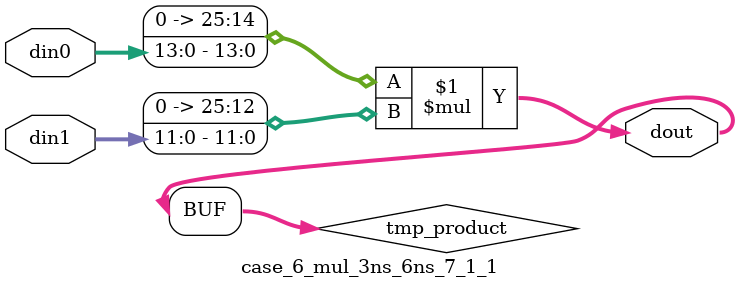
<source format=v>

`timescale 1 ns / 1 ps

 (* use_dsp = "no" *)  module case_6_mul_3ns_6ns_7_1_1(din0, din1, dout);
parameter ID = 1;
parameter NUM_STAGE = 0;
parameter din0_WIDTH = 14;
parameter din1_WIDTH = 12;
parameter dout_WIDTH = 26;

input [din0_WIDTH - 1 : 0] din0; 
input [din1_WIDTH - 1 : 0] din1; 
output [dout_WIDTH - 1 : 0] dout;

wire signed [dout_WIDTH - 1 : 0] tmp_product;
























assign tmp_product = $signed({1'b0, din0}) * $signed({1'b0, din1});











assign dout = tmp_product;





















endmodule

</source>
